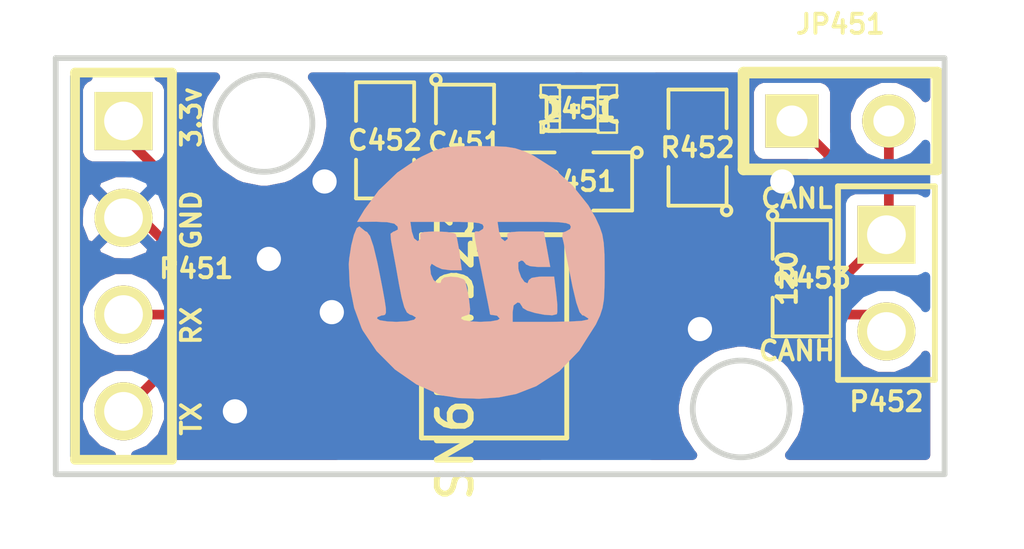
<source format=kicad_pcb>
(kicad_pcb (version 3) (host pcbnew "(2013-07-07 BZR 4022)-stable")

  (general
    (links 18)
    (no_connects 0)
    (area 176.3522 116.9289 203.327001 131.826001)
    (thickness 1.6)
    (drawings 9)
    (tracks 93)
    (zones 0)
    (modules 11)
    (nets 10)
  )

  (page A4)
  (title_block 
    (comment 2 Art_Electro)
    (comment 3 Art_Electro)
    (comment 4 Art_Electro)
  )

  (layers
    (15 F.Cu signal)
    (0 B.Cu signal)
    (16 B.Adhes user)
    (17 F.Adhes user)
    (18 B.Paste user)
    (19 F.Paste user)
    (20 B.SilkS user)
    (21 F.SilkS user)
    (22 B.Mask user)
    (23 F.Mask user)
    (24 Dwgs.User user)
    (25 Cmts.User user)
    (26 Eco1.User user)
    (27 Eco2.User user)
    (28 Edge.Cuts user)
  )

  (setup
    (last_trace_width 0.254)
    (trace_clearance 0.2032)
    (zone_clearance 0.3)
    (zone_45_only no)
    (trace_min 0.254)
    (segment_width 0.2)
    (edge_width 0.15)
    (via_size 0.889)
    (via_drill 0.635)
    (via_min_size 0.889)
    (via_min_drill 0.508)
    (uvia_size 0.508)
    (uvia_drill 0.127)
    (uvias_allowed no)
    (uvia_min_size 0.508)
    (uvia_min_drill 0.127)
    (pcb_text_width 0.3)
    (pcb_text_size 1 1)
    (mod_edge_width 0.15)
    (mod_text_size 1 1)
    (mod_text_width 0.15)
    (pad_size 1 1)
    (pad_drill 0.6)
    (pad_to_mask_clearance 0)
    (aux_axis_origin 0 0)
    (visible_elements 7FFEFB3F)
    (pcbplotparams
      (layerselection 284983297)
      (usegerberextensions true)
      (excludeedgelayer true)
      (linewidth 0.150000)
      (plotframeref false)
      (viasonmask false)
      (mode 1)
      (useauxorigin false)
      (hpglpennumber 1)
      (hpglpenspeed 20)
      (hpglpendiameter 15)
      (hpglpenoverlay 2)
      (psnegative false)
      (psa4output false)
      (plotreference true)
      (plotvalue false)
      (plotothertext true)
      (plotinvisibletext false)
      (padsonsilk false)
      (subtractmaskfromsilk false)
      (outputformat 1)
      (mirror false)
      (drillshape 0)
      (scaleselection 1)
      (outputdirectory gerber))
  )

  (net 0 "")
  (net 1 /3.3V)
  (net 2 /CANH)
  (net 3 /CANL)
  (net 4 /RX)
  (net 5 /TX)
  (net 6 GND)
  (net 7 N-0000010)
  (net 8 N-000007)
  (net 9 N-000008)

  (net_class Default "Это класс цепей по умолчанию."
    (clearance 0.2032)
    (trace_width 0.254)
    (via_dia 0.889)
    (via_drill 0.635)
    (uvia_dia 0.508)
    (uvia_drill 0.127)
    (add_net "")
    (add_net /3.3V)
    (add_net /CANH)
    (add_net /CANL)
    (add_net /RX)
    (add_net /TX)
    (add_net GND)
    (add_net N-0000010)
    (add_net N-000007)
    (add_net N-000008)
  )

  (module SM0805 (layer F.Cu) (tedit 52BF06C3) (tstamp 52A5B484)
    (at 188.6585 121.158 270)
    (path /52CAD8F7)
    (attr smd)
    (fp_text reference C451 (at 0 0 360) (layer F.SilkS)
      (effects (font (size 0.50038 0.50038) (thickness 0.1016)))
    )
    (fp_text value .1uF (at 0.127 0.889 270) (layer F.SilkS) hide
      (effects (font (size 0.50038 0.50038) (thickness 0.10922)))
    )
    (fp_circle (center -1.651 0.762) (end -1.651 0.635) (layer F.SilkS) (width 0.09906))
    (fp_line (start -0.508 0.762) (end -1.524 0.762) (layer F.SilkS) (width 0.09906))
    (fp_line (start -1.524 0.762) (end -1.524 -0.762) (layer F.SilkS) (width 0.09906))
    (fp_line (start -1.524 -0.762) (end -0.508 -0.762) (layer F.SilkS) (width 0.09906))
    (fp_line (start 0.508 -0.762) (end 1.524 -0.762) (layer F.SilkS) (width 0.09906))
    (fp_line (start 1.524 -0.762) (end 1.524 0.762) (layer F.SilkS) (width 0.09906))
    (fp_line (start 1.524 0.762) (end 0.508 0.762) (layer F.SilkS) (width 0.09906))
    (pad 1 smd rect (at -0.9525 0 270) (size 0.889 1.397)
      (layers F.Cu F.Paste F.Mask)
      (net 6 GND)
    )
    (pad 2 smd rect (at 0.9525 0 270) (size 0.889 1.397)
      (layers F.Cu F.Paste F.Mask)
      (net 1 /3.3V)
    )
    (model smd/chip_cms.wrl
      (at (xyz 0 0 0))
      (scale (xyz 0.1 0.1 0.1))
      (rotate (xyz 0 0 0))
    )
  )

  (module SM0805 (layer F.Cu) (tedit 52BF06B2) (tstamp 52A5B491)
    (at 186.563 121.0945 90)
    (path /52CAD8F6)
    (attr smd)
    (fp_text reference C452 (at 0 0 180) (layer F.SilkS)
      (effects (font (size 0.50038 0.50038) (thickness 0.1016)))
    )
    (fp_text value 4.7uF (at -0.127 1.016 90) (layer F.SilkS) hide
      (effects (font (size 0.50038 0.50038) (thickness 0.10922)))
    )
    (fp_circle (center -1.651 0.762) (end -1.651 0.635) (layer F.SilkS) (width 0.09906))
    (fp_line (start -0.508 0.762) (end -1.524 0.762) (layer F.SilkS) (width 0.09906))
    (fp_line (start -1.524 0.762) (end -1.524 -0.762) (layer F.SilkS) (width 0.09906))
    (fp_line (start -1.524 -0.762) (end -0.508 -0.762) (layer F.SilkS) (width 0.09906))
    (fp_line (start 0.508 -0.762) (end 1.524 -0.762) (layer F.SilkS) (width 0.09906))
    (fp_line (start 1.524 -0.762) (end 1.524 0.762) (layer F.SilkS) (width 0.09906))
    (fp_line (start 1.524 0.762) (end 0.508 0.762) (layer F.SilkS) (width 0.09906))
    (pad 1 smd rect (at -0.9525 0 90) (size 0.889 1.397)
      (layers F.Cu F.Paste F.Mask)
      (net 1 /3.3V)
    )
    (pad 2 smd rect (at 0.9525 0 90) (size 0.889 1.397)
      (layers F.Cu F.Paste F.Mask)
      (net 6 GND)
    )
    (model smd/chip_cms.wrl
      (at (xyz 0 0 0))
      (scale (xyz 0.1 0.1 0.1))
      (rotate (xyz 0 0 0))
    )
  )

  (module LED-0805 (layer F.Cu) (tedit 52CAE50A) (tstamp 52A5B500)
    (at 191.643 120.269 180)
    (descr "LED 0805 smd package")
    (tags "LED 0805 SMD")
    (path /52CAD8DC)
    (attr smd)
    (fp_text reference D451 (at 0 0 360) (layer F.SilkS)
      (effects (font (size 0.50038 0.50038) (thickness 0.1016)))
    )
    (fp_text value RED (at -9.144 -9.398 180) (layer F.SilkS) hide
      (effects (font (size 0.762 0.762) (thickness 0.127)))
    )
    (fp_line (start 0.49784 0.29972) (end 0.49784 0.62484) (layer F.SilkS) (width 0.06604))
    (fp_line (start 0.49784 0.62484) (end 0.99822 0.62484) (layer F.SilkS) (width 0.06604))
    (fp_line (start 0.99822 0.29972) (end 0.99822 0.62484) (layer F.SilkS) (width 0.06604))
    (fp_line (start 0.49784 0.29972) (end 0.99822 0.29972) (layer F.SilkS) (width 0.06604))
    (fp_line (start 0.49784 -0.32258) (end 0.49784 -0.17272) (layer F.SilkS) (width 0.06604))
    (fp_line (start 0.49784 -0.17272) (end 0.7493 -0.17272) (layer F.SilkS) (width 0.06604))
    (fp_line (start 0.7493 -0.32258) (end 0.7493 -0.17272) (layer F.SilkS) (width 0.06604))
    (fp_line (start 0.49784 -0.32258) (end 0.7493 -0.32258) (layer F.SilkS) (width 0.06604))
    (fp_line (start 0.49784 0.17272) (end 0.49784 0.32258) (layer F.SilkS) (width 0.06604))
    (fp_line (start 0.49784 0.32258) (end 0.7493 0.32258) (layer F.SilkS) (width 0.06604))
    (fp_line (start 0.7493 0.17272) (end 0.7493 0.32258) (layer F.SilkS) (width 0.06604))
    (fp_line (start 0.49784 0.17272) (end 0.7493 0.17272) (layer F.SilkS) (width 0.06604))
    (fp_line (start 0.49784 -0.19812) (end 0.49784 0.19812) (layer F.SilkS) (width 0.06604))
    (fp_line (start 0.49784 0.19812) (end 0.6731 0.19812) (layer F.SilkS) (width 0.06604))
    (fp_line (start 0.6731 -0.19812) (end 0.6731 0.19812) (layer F.SilkS) (width 0.06604))
    (fp_line (start 0.49784 -0.19812) (end 0.6731 -0.19812) (layer F.SilkS) (width 0.06604))
    (fp_line (start -0.99822 0.29972) (end -0.99822 0.62484) (layer F.SilkS) (width 0.06604))
    (fp_line (start -0.99822 0.62484) (end -0.49784 0.62484) (layer F.SilkS) (width 0.06604))
    (fp_line (start -0.49784 0.29972) (end -0.49784 0.62484) (layer F.SilkS) (width 0.06604))
    (fp_line (start -0.99822 0.29972) (end -0.49784 0.29972) (layer F.SilkS) (width 0.06604))
    (fp_line (start -0.99822 -0.62484) (end -0.99822 -0.29972) (layer F.SilkS) (width 0.06604))
    (fp_line (start -0.99822 -0.29972) (end -0.49784 -0.29972) (layer F.SilkS) (width 0.06604))
    (fp_line (start -0.49784 -0.62484) (end -0.49784 -0.29972) (layer F.SilkS) (width 0.06604))
    (fp_line (start -0.99822 -0.62484) (end -0.49784 -0.62484) (layer F.SilkS) (width 0.06604))
    (fp_line (start -0.7493 0.17272) (end -0.7493 0.32258) (layer F.SilkS) (width 0.06604))
    (fp_line (start -0.7493 0.32258) (end -0.49784 0.32258) (layer F.SilkS) (width 0.06604))
    (fp_line (start -0.49784 0.17272) (end -0.49784 0.32258) (layer F.SilkS) (width 0.06604))
    (fp_line (start -0.7493 0.17272) (end -0.49784 0.17272) (layer F.SilkS) (width 0.06604))
    (fp_line (start -0.7493 -0.32258) (end -0.7493 -0.17272) (layer F.SilkS) (width 0.06604))
    (fp_line (start -0.7493 -0.17272) (end -0.49784 -0.17272) (layer F.SilkS) (width 0.06604))
    (fp_line (start -0.49784 -0.32258) (end -0.49784 -0.17272) (layer F.SilkS) (width 0.06604))
    (fp_line (start -0.7493 -0.32258) (end -0.49784 -0.32258) (layer F.SilkS) (width 0.06604))
    (fp_line (start -0.6731 -0.19812) (end -0.6731 0.19812) (layer F.SilkS) (width 0.06604))
    (fp_line (start -0.6731 0.19812) (end -0.49784 0.19812) (layer F.SilkS) (width 0.06604))
    (fp_line (start -0.49784 -0.19812) (end -0.49784 0.19812) (layer F.SilkS) (width 0.06604))
    (fp_line (start -0.6731 -0.19812) (end -0.49784 -0.19812) (layer F.SilkS) (width 0.06604))
    (fp_line (start 0 -0.09906) (end 0 0.09906) (layer F.SilkS) (width 0.06604))
    (fp_line (start 0 0.09906) (end 0.19812 0.09906) (layer F.SilkS) (width 0.06604))
    (fp_line (start 0.19812 -0.09906) (end 0.19812 0.09906) (layer F.SilkS) (width 0.06604))
    (fp_line (start 0 -0.09906) (end 0.19812 -0.09906) (layer F.SilkS) (width 0.06604))
    (fp_line (start 0.49784 -0.59944) (end 0.49784 -0.29972) (layer F.SilkS) (width 0.06604))
    (fp_line (start 0.49784 -0.29972) (end 0.79756 -0.29972) (layer F.SilkS) (width 0.06604))
    (fp_line (start 0.79756 -0.59944) (end 0.79756 -0.29972) (layer F.SilkS) (width 0.06604))
    (fp_line (start 0.49784 -0.59944) (end 0.79756 -0.59944) (layer F.SilkS) (width 0.06604))
    (fp_line (start 0.92456 -0.62484) (end 0.92456 -0.39878) (layer F.SilkS) (width 0.06604))
    (fp_line (start 0.92456 -0.39878) (end 0.99822 -0.39878) (layer F.SilkS) (width 0.06604))
    (fp_line (start 0.99822 -0.62484) (end 0.99822 -0.39878) (layer F.SilkS) (width 0.06604))
    (fp_line (start 0.92456 -0.62484) (end 0.99822 -0.62484) (layer F.SilkS) (width 0.06604))
    (fp_line (start 0.52324 0.57404) (end -0.52324 0.57404) (layer F.SilkS) (width 0.1016))
    (fp_line (start -0.49784 -0.57404) (end 0.92456 -0.57404) (layer F.SilkS) (width 0.1016))
    (fp_circle (center 0.84836 -0.44958) (end 0.89916 -0.50038) (layer F.SilkS) (width 0.0508))
    (fp_arc (start 0.99822 0) (end 0.99822 0.34798) (angle 180) (layer F.SilkS) (width 0.1016))
    (fp_arc (start -0.99822 0) (end -0.99822 -0.34798) (angle 180) (layer F.SilkS) (width 0.1016))
    (pad 1 smd rect (at -1.04902 0 180) (size 1.19888 1.19888)
      (layers F.Cu F.Paste F.Mask)
      (net 7 N-0000010)
    )
    (pad 2 smd rect (at 1.04902 0 180) (size 1.19888 1.19888)
      (layers F.Cu F.Paste F.Mask)
      (net 6 GND)
    )
    (model lib/3d/LED_0805.wrl
      (at (xyz 0 0 0))
      (scale (xyz 1 1 1))
      (rotate (xyz 0 0 0))
    )
  )

  (module SM0805 (layer F.Cu) (tedit 52CAE506) (tstamp 52CAE20D)
    (at 191.516 122.174 180)
    (path /52CAD8DB)
    (attr smd)
    (fp_text reference R451 (at -0.127 0 360) (layer F.SilkS)
      (effects (font (size 0.50038 0.50038) (thickness 0.1016)))
    )
    (fp_text value 1k (at 0 -1.143 180) (layer F.SilkS) hide
      (effects (font (size 0.50038 0.50038) (thickness 0.10922)))
    )
    (fp_circle (center -1.651 0.762) (end -1.651 0.635) (layer F.SilkS) (width 0.09906))
    (fp_line (start -0.508 0.762) (end -1.524 0.762) (layer F.SilkS) (width 0.09906))
    (fp_line (start -1.524 0.762) (end -1.524 -0.762) (layer F.SilkS) (width 0.09906))
    (fp_line (start -1.524 -0.762) (end -0.508 -0.762) (layer F.SilkS) (width 0.09906))
    (fp_line (start 0.508 -0.762) (end 1.524 -0.762) (layer F.SilkS) (width 0.09906))
    (fp_line (start 1.524 -0.762) (end 1.524 0.762) (layer F.SilkS) (width 0.09906))
    (fp_line (start 1.524 0.762) (end 0.508 0.762) (layer F.SilkS) (width 0.09906))
    (pad 1 smd rect (at -0.9525 0 180) (size 0.889 1.397)
      (layers F.Cu F.Paste F.Mask)
      (net 7 N-0000010)
    )
    (pad 2 smd rect (at 0.9525 0 180) (size 0.889 1.397)
      (layers F.Cu F.Paste F.Mask)
      (net 1 /3.3V)
    )
    (model smd/chip_cms.wrl
      (at (xyz 0 0 0))
      (scale (xyz 0.1 0.1 0.1))
      (rotate (xyz 0 0 0))
    )
  )

  (module SM0805 (layer F.Cu) (tedit 52BF0690) (tstamp 52A5B5C2)
    (at 194.7545 121.285 90)
    (path /52CADB46)
    (attr smd)
    (fp_text reference R452 (at 0 0 180) (layer F.SilkS)
      (effects (font (size 0.50038 0.50038) (thickness 0.1016)))
    )
    (fp_text value 10k (at 0 0.889 90) (layer F.SilkS) hide
      (effects (font (size 0.50038 0.50038) (thickness 0.10922)))
    )
    (fp_circle (center -1.651 0.762) (end -1.651 0.635) (layer F.SilkS) (width 0.09906))
    (fp_line (start -0.508 0.762) (end -1.524 0.762) (layer F.SilkS) (width 0.09906))
    (fp_line (start -1.524 0.762) (end -1.524 -0.762) (layer F.SilkS) (width 0.09906))
    (fp_line (start -1.524 -0.762) (end -0.508 -0.762) (layer F.SilkS) (width 0.09906))
    (fp_line (start 0.508 -0.762) (end 1.524 -0.762) (layer F.SilkS) (width 0.09906))
    (fp_line (start 1.524 -0.762) (end 1.524 0.762) (layer F.SilkS) (width 0.09906))
    (fp_line (start 1.524 0.762) (end 0.508 0.762) (layer F.SilkS) (width 0.09906))
    (pad 1 smd rect (at -0.9525 0 90) (size 0.889 1.397)
      (layers F.Cu F.Paste F.Mask)
      (net 8 N-000007)
    )
    (pad 2 smd rect (at 0.9525 0 90) (size 0.889 1.397)
      (layers F.Cu F.Paste F.Mask)
      (net 6 GND)
    )
    (model smd/chip_cms.wrl
      (at (xyz 0 0 0))
      (scale (xyz 0.1 0.1 0.1))
      (rotate (xyz 0 0 0))
    )
  )

  (module LOGO_F (layer B.Cu) (tedit 0) (tstamp 52BD6D4F)
    (at 188.976 124.587)
    (path /52CADA22)
    (fp_text reference G451 (at 0 -4.14782) (layer B.SilkS) hide
      (effects (font (size 1.524 1.524) (thickness 0.3048)) (justify mirror))
    )
    (fp_text value LOGO (at 0 4.14782) (layer B.SilkS) hide
      (effects (font (size 1.524 1.524) (thickness 0.3048)) (justify mirror))
    )
    (fp_poly (pts (xy 3.34518 -0.04318) (xy 3.3401 0.381) (xy 3.32486 0.68326) (xy 3.28676 0.90932)
      (xy 3.22326 1.1049) (xy 3.12166 1.3208) (xy 3.10896 1.3462) (xy 2.921 1.64084)
      (xy 2.921 1.18618) (xy 2.79654 1.1049) (xy 2.75844 1.09982) (xy 2.68732 1.016)
      (xy 2.60096 0.76708) (xy 2.5019 0.35052) (xy 2.46126 0.14732) (xy 2.38252 -0.24638)
      (xy 2.31394 -0.58928) (xy 2.2606 -0.84074) (xy 2.23266 -0.9525) (xy 2.2479 -1.07696)
      (xy 2.32156 -1.09982) (xy 2.4384 -1.16586) (xy 2.45618 -1.22682) (xy 2.42824 -1.28524)
      (xy 2.33172 -1.3208) (xy 2.13868 -1.34366) (xy 1.82372 -1.35382) (xy 1.49606 -1.35382)
      (xy 0.53594 -1.35382) (xy 0.57404 -1.09982) (xy 0.63246 -0.92202) (xy 0.7239 -0.84836)
      (xy 0.72644 -0.84582) (xy 0.80264 -0.90678) (xy 0.79248 -0.97536) (xy 0.79248 -1.04648)
      (xy 0.889 -1.08458) (xy 1.10744 -1.09982) (xy 1.24714 -1.09982) (xy 1.75006 -1.09982)
      (xy 1.83388 -0.635) (xy 1.9177 -0.17018) (xy 1.59258 -0.17018) (xy 1.38684 -0.1905)
      (xy 1.27508 -0.23876) (xy 1.27 -0.254) (xy 1.20142 -0.3302) (xy 1.15316 -0.33782)
      (xy 1.0795 -0.2921) (xy 1.08204 -0.127) (xy 1.0922 -0.07112) (xy 1.1557 0.1016)
      (xy 1.24206 0.22352) (xy 1.3208 0.25908) (xy 1.35382 0.1778) (xy 1.35382 0.17526)
      (xy 1.43002 0.11684) (xy 1.61544 0.08636) (xy 1.68656 0.08382) (xy 2.0193 0.08382)
      (xy 2.07772 0.55372) (xy 2.10312 0.81788) (xy 2.10312 1.01092) (xy 2.09042 1.06934)
      (xy 1.9685 1.09982) (xy 1.76022 1.08458) (xy 1.52146 1.03886) (xy 1.31318 0.97536)
      (xy 1.1938 0.90424) (xy 1.18618 0.88138) (xy 1.1176 0.7747) (xy 1.05918 0.762)
      (xy 0.95758 0.8382) (xy 0.93218 1.016) (xy 0.93218 1.27) (xy 1.95072 1.27)
      (xy 2.42062 1.26238) (xy 2.74066 1.2446) (xy 2.90322 1.21158) (xy 2.921 1.18618)
      (xy 2.921 1.64084) (xy 2.67716 2.02692) (xy 2.15646 2.5654) (xy 1.5494 2.9591)
      (xy 1.02108 3.16484) (xy 0.59182 3.24866) (xy 0.59182 1.18618) (xy 0.52324 1.10998)
      (xy 0.46482 1.09982) (xy 0.35306 1.08458) (xy 0.33782 1.06934) (xy 0.32258 0.98044)
      (xy 0.2794 0.75692) (xy 0.21336 0.4318) (xy 0.13462 0.04064) (xy 0.127 0)
      (xy 0.03556 -0.44958) (xy -0.02794 -0.75692) (xy -0.06096 -0.94996) (xy -0.06858 -1.0541)
      (xy -0.05334 -1.09728) (xy -0.01524 -1.1049) (xy 0.04318 -1.09982) (xy 0.15494 -1.1684)
      (xy 0.17018 -1.22682) (xy 0.14224 -1.28524) (xy 0.04572 -1.3208) (xy -0.14732 -1.34366)
      (xy -0.46228 -1.35382) (xy -0.78994 -1.35382) (xy -1.75006 -1.35382) (xy -1.71196 -1.09982)
      (xy -1.65354 -0.92202) (xy -1.5621 -0.84836) (xy -1.55956 -0.84582) (xy -1.48336 -0.90678)
      (xy -1.49352 -0.97282) (xy -1.49098 -1.04902) (xy -1.39446 -1.08712) (xy -1.1684 -1.09982)
      (xy -1.07188 -1.09982) (xy -0.80772 -1.08966) (xy -0.61976 -1.05918) (xy -0.56134 -1.03378)
      (xy -0.52578 -0.9144) (xy -0.48514 -0.69088) (xy -0.45974 -0.52578) (xy -0.40132 -0.08382)
      (xy -0.69342 -0.08382) (xy -0.91948 -0.11176) (xy -1.07696 -0.18034) (xy -1.08204 -0.18542)
      (xy -1.1938 -0.254) (xy -1.2319 -0.17018) (xy -1.21158 0.02032) (xy -1.143 0.17018)
      (xy -1.04394 0.254) (xy -0.95758 0.24892) (xy -0.93218 0.17018) (xy -0.86106 0.10668)
      (xy -0.69596 0.08382) (xy -0.50546 0.1016) (xy -0.35306 0.15494) (xy -0.31242 0.20066)
      (xy -0.27432 0.35052) (xy -0.2286 0.59436) (xy -0.20828 0.70866) (xy -0.18288 0.94996)
      (xy -0.20066 1.0668) (xy -0.27686 1.09982) (xy -0.28702 1.09982) (xy -0.4064 1.143)
      (xy -0.42418 1.18618) (xy -0.34544 1.22936) (xy -0.14478 1.25984) (xy 0.08382 1.27)
      (xy 0.3556 1.2573) (xy 0.53848 1.22428) (xy 0.59182 1.18618) (xy 0.59182 3.24866)
      (xy 0.5715 3.25374) (xy 0.0508 3.2893) (xy -0.4699 3.27152) (xy -0.91694 3.2004)
      (xy -0.99314 3.17754) (xy -1.59004 2.91338) (xy -2.15392 2.52222) (xy -2.63652 2.03708)
      (xy -2.99974 1.49606) (xy -3.03022 1.43256) (xy -3.22326 0.90932) (xy -3.3401 0.32258)
      (xy -3.3655 -0.2413) (xy -3.3528 -0.39624) (xy -3.29946 -0.7366) (xy -3.23088 -1.01092)
      (xy -3.15722 -1.18872) (xy -3.0861 -1.23698) (xy -3.06578 -1.21666) (xy -2.93624 -1.10998)
      (xy -2.88544 -1.08712) (xy -2.80924 -0.98298) (xy -2.7178 -0.71374) (xy -2.6162 -0.2921)
      (xy -2.57302 -0.08128) (xy -2.48158 0.38354) (xy -2.42316 0.70612) (xy -2.39268 0.9144)
      (xy -2.39014 1.03124) (xy -2.41554 1.08458) (xy -2.4638 1.09982) (xy -2.49682 1.09982)
      (xy -2.61112 1.14554) (xy -2.62382 1.18618) (xy -2.54762 1.22936) (xy -2.34696 1.25984)
      (xy -2.11582 1.27) (xy -1.8288 1.25476) (xy -1.651 1.21412) (xy -1.60274 1.15824)
      (xy -1.7018 1.09728) (xy -1.76276 1.0795) (xy -1.8415 1.02362) (xy -1.91008 0.88646)
      (xy -1.97866 0.63754) (xy -2.05486 0.25146) (xy -2.06248 0.2032) (xy -2.13106 -0.18288)
      (xy -2.19456 -0.52578) (xy -2.24282 -0.78232) (xy -2.25806 -0.86868) (xy -2.27076 -1.0414)
      (xy -2.19202 -1.09982) (xy -2.1717 -1.10236) (xy -2.07772 -1.15316) (xy -2.08534 -1.22936)
      (xy -2.1717 -1.30556) (xy -2.36728 -1.3462) (xy -2.6416 -1.35636) (xy -3.14706 -1.35382)
      (xy -2.95656 -1.67132) (xy -2.5781 -2.18186) (xy -2.09296 -2.64668) (xy -1.55702 -3.01244)
      (xy -1.44018 -3.0734) (xy -1.18618 -3.19532) (xy -0.97536 -3.27152) (xy -0.75692 -3.31724)
      (xy -0.48514 -3.33756) (xy -0.10668 -3.34264) (xy 0.04064 -3.34264) (xy 0.46482 -3.33756)
      (xy 0.76962 -3.32232) (xy 1.00076 -3.28422) (xy 1.2065 -3.21564) (xy 1.43764 -3.1115)
      (xy 1.47574 -3.09372) (xy 2.00914 -2.7559) (xy 2.50444 -2.30378) (xy 2.91592 -1.78816)
      (xy 3.10134 -1.46812) (xy 3.21056 -1.2319) (xy 3.28168 -1.02616) (xy 3.31978 -0.8001)
      (xy 3.3401 -0.50546) (xy 3.34264 -0.09398) (xy 3.34518 -0.04318) (xy 3.34518 -0.04318)) (layer B.SilkS) (width 0.00254))
  )

  (module PIN_ARRAY_4x1 (layer F.Cu) (tedit 52CAE529) (tstamp 52CAE5B8)
    (at 179.705 124.3965 270)
    (descr "Double rangee de contacts 2 x 5 pins")
    (tags CONN)
    (path /52CADBD0)
    (fp_text reference P451 (at 0.0635 -1.905 360) (layer F.SilkS)
      (effects (font (size 0.50038 0.50038) (thickness 0.1016)))
    )
    (fp_text value CONN_4 (at 0 2.54 270) (layer F.SilkS) hide
      (effects (font (size 1.016 1.016) (thickness 0.2032)))
    )
    (fp_line (start 5.08 1.27) (end -5.08 1.27) (layer F.SilkS) (width 0.254))
    (fp_line (start 5.08 -1.27) (end -5.08 -1.27) (layer F.SilkS) (width 0.254))
    (fp_line (start -5.08 -1.27) (end -5.08 1.27) (layer F.SilkS) (width 0.254))
    (fp_line (start 5.08 1.27) (end 5.08 -1.27) (layer F.SilkS) (width 0.254))
    (pad 1 thru_hole rect (at -3.81 0 270) (size 1.524 1.524) (drill 1.016)
      (layers *.Cu *.Mask F.SilkS)
      (net 1 /3.3V)
    )
    (pad 2 thru_hole circle (at -1.27 0 270) (size 1.524 1.524) (drill 1.016)
      (layers *.Cu *.Mask F.SilkS)
      (net 6 GND)
    )
    (pad 3 thru_hole circle (at 1.27 0 270) (size 1.524 1.524) (drill 1.016)
      (layers *.Cu *.Mask F.SilkS)
      (net 4 /RX)
    )
    (pad 4 thru_hole circle (at 3.81 0 270) (size 1.524 1.524) (drill 1.016)
      (layers *.Cu *.Mask F.SilkS)
      (net 5 /TX)
    )
    (model pin_array\pins_array_4x1.wrl
      (at (xyz 0 0 0))
      (scale (xyz 1 1 1))
      (rotate (xyz 0 0 0))
    )
  )

  (module PIN_ARRAY_2_A (layer F.Cu) (tedit 52CD31BA) (tstamp 52CAE14B)
    (at 199.7075 124.841 270)
    (descr "Connecter 2 pins")
    (tags "PIN 2")
    (path /52CADBC1)
    (fp_text reference P452 (at 3.1115 0 360) (layer F.SilkS)
      (effects (font (size 0.50038 0.50038) (thickness 0.1016)))
    )
    (fp_text value CONN_2 (at 0 1.905 270) (layer F.SilkS) hide
      (effects (font (size 0.762 0.762) (thickness 0.1524)))
    )
    (fp_line (start -2.54 1.27) (end -2.54 -1.27) (layer F.SilkS) (width 0.1524))
    (fp_line (start -2.54 -1.27) (end 2.54 -1.27) (layer F.SilkS) (width 0.1524))
    (fp_line (start 2.54 -1.27) (end 2.54 1.27) (layer F.SilkS) (width 0.1524))
    (fp_line (start 2.54 1.27) (end -2.54 1.27) (layer F.SilkS) (width 0.1524))
    (pad 1 thru_hole rect (at -1.27 0 270) (size 1.524 1.524) (drill 1.016)
      (layers *.Cu *.Mask F.SilkS)
      (net 3 /CANL)
    )
    (pad 2 thru_hole circle (at 1.27 0 270) (size 1.524 1.524) (drill 1.016)
      (layers *.Cu *.Mask F.SilkS)
      (net 2 /CANH)
    )
    (model pin_array/pins_array_2x1.wrl
      (at (xyz 0 0 0))
      (scale (xyz 1 1 1))
      (rotate (xyz 0 0 0))
    )
  )

  (module SO8E (layer F.Cu) (tedit 52CAE53E) (tstamp 52CAE154)
    (at 189.4205 126.238 270)
    (descr "module CMS SOJ 8 pins etroit")
    (tags "CMS SOJ")
    (path /52CD2CA4)
    (attr smd)
    (fp_text reference U451 (at 0 -0.889 360) (layer F.SilkS)
      (effects (font (size 0.50038 0.50038) (thickness 0.1016)))
    )
    (fp_text value SN65HVD230 (at 0 1.016 270) (layer F.SilkS)
      (effects (font (size 0.889 0.889) (thickness 0.1524)))
    )
    (fp_line (start -2.667 1.778) (end -2.667 1.905) (layer F.SilkS) (width 0.127))
    (fp_line (start -2.667 1.905) (end 2.667 1.905) (layer F.SilkS) (width 0.127))
    (fp_line (start 2.667 -1.905) (end -2.667 -1.905) (layer F.SilkS) (width 0.127))
    (fp_line (start -2.667 -1.905) (end -2.667 1.778) (layer F.SilkS) (width 0.127))
    (fp_line (start -2.667 -0.508) (end -2.159 -0.508) (layer F.SilkS) (width 0.127))
    (fp_line (start -2.159 -0.508) (end -2.159 0.508) (layer F.SilkS) (width 0.127))
    (fp_line (start -2.159 0.508) (end -2.667 0.508) (layer F.SilkS) (width 0.127))
    (fp_line (start 2.667 -1.905) (end 2.667 1.905) (layer F.SilkS) (width 0.127))
    (pad 8 smd rect (at -1.905 -2.667 270) (size 0.59944 1.39954)
      (layers F.Cu F.Paste F.Mask)
      (net 8 N-000007)
    )
    (pad 1 smd rect (at -1.905 2.667 270) (size 0.59944 1.39954)
      (layers F.Cu F.Paste F.Mask)
      (net 5 /TX)
    )
    (pad 7 smd rect (at -0.635 -2.667 270) (size 0.59944 1.39954)
      (layers F.Cu F.Paste F.Mask)
      (net 2 /CANH)
    )
    (pad 6 smd rect (at 0.635 -2.667 270) (size 0.59944 1.39954)
      (layers F.Cu F.Paste F.Mask)
      (net 3 /CANL)
    )
    (pad 5 smd rect (at 1.905 -2.667 270) (size 0.59944 1.39954)
      (layers F.Cu F.Paste F.Mask)
    )
    (pad 2 smd rect (at -0.635 2.667 270) (size 0.59944 1.39954)
      (layers F.Cu F.Paste F.Mask)
      (net 6 GND)
    )
    (pad 3 smd rect (at 0.635 2.667 270) (size 0.59944 1.39954)
      (layers F.Cu F.Paste F.Mask)
      (net 1 /3.3V)
    )
    (pad 4 smd rect (at 1.905 2.667 270) (size 0.59944 1.39954)
      (layers F.Cu F.Paste F.Mask)
      (net 4 /RX)
    )
    (model smd/cms_so8.wrl
      (at (xyz 0 0 0))
      (scale (xyz 0.5 0.32 0.5))
      (rotate (xyz 0 0 0))
    )
  )

  (module SIL-2 (layer F.Cu) (tedit 52CD2E18) (tstamp 52CD2E9F)
    (at 198.501 120.5865)
    (descr "Connecteurs 2 pins")
    (tags "CONN DEV")
    (path /52CD2DEF)
    (fp_text reference JP451 (at 0 -2.54) (layer F.SilkS)
      (effects (font (size 0.50038 0.50038) (thickness 0.1016)))
    )
    (fp_text value JUMPER (at 0 -2.54) (layer F.SilkS) hide
      (effects (font (size 1.524 1.016) (thickness 0.3048)))
    )
    (fp_line (start -2.54 1.27) (end -2.54 -1.27) (layer F.SilkS) (width 0.3048))
    (fp_line (start -2.54 -1.27) (end 2.54 -1.27) (layer F.SilkS) (width 0.3048))
    (fp_line (start 2.54 -1.27) (end 2.54 1.27) (layer F.SilkS) (width 0.3048))
    (fp_line (start 2.54 1.27) (end -2.54 1.27) (layer F.SilkS) (width 0.3048))
    (pad 1 thru_hole rect (at -1.27 0) (size 1.397 1.397) (drill 0.8128)
      (layers *.Cu *.Mask F.SilkS)
      (net 9 N-000008)
    )
    (pad 2 thru_hole circle (at 1.27 0) (size 1.397 1.397) (drill 0.8128)
      (layers *.Cu *.Mask F.SilkS)
      (net 3 /CANL)
    )
    (model lib/3d/jumper-2.wrl
      (at (xyz 0 0 0))
      (scale (xyz 1 1 1))
      (rotate (xyz 0 0 0))
    )
  )

  (module SM0805 (layer F.Cu) (tedit 52CD3183) (tstamp 52CD2EAC)
    (at 197.485 124.714 270)
    (path /52CD2DE2)
    (attr smd)
    (fp_text reference R453 (at 0 -0.3175 360) (layer F.SilkS)
      (effects (font (size 0.50038 0.50038) (thickness 0.10922)))
    )
    (fp_text value 120 (at 0 0.381 270) (layer F.SilkS)
      (effects (font (size 0.50038 0.50038) (thickness 0.10922)))
    )
    (fp_circle (center -1.651 0.762) (end -1.651 0.635) (layer F.SilkS) (width 0.09906))
    (fp_line (start -0.508 0.762) (end -1.524 0.762) (layer F.SilkS) (width 0.09906))
    (fp_line (start -1.524 0.762) (end -1.524 -0.762) (layer F.SilkS) (width 0.09906))
    (fp_line (start -1.524 -0.762) (end -0.508 -0.762) (layer F.SilkS) (width 0.09906))
    (fp_line (start 0.508 -0.762) (end 1.524 -0.762) (layer F.SilkS) (width 0.09906))
    (fp_line (start 1.524 -0.762) (end 1.524 0.762) (layer F.SilkS) (width 0.09906))
    (fp_line (start 1.524 0.762) (end 0.508 0.762) (layer F.SilkS) (width 0.09906))
    (pad 1 smd rect (at -0.9525 0 270) (size 0.889 1.397)
      (layers F.Cu F.Paste F.Mask)
      (net 9 N-000008)
    )
    (pad 2 smd rect (at 0.9525 0 270) (size 0.889 1.397)
      (layers F.Cu F.Paste F.Mask)
      (net 2 /CANH)
    )
    (model smd/chip_cms.wrl
      (at (xyz 0 0 0))
      (scale (xyz 0.1 0.1 0.1))
      (rotate (xyz 0 0 0))
    )
  )

  (gr_text CANL (at 197.358 122.6185) (layer F.SilkS)
    (effects (font (size 0.50038 0.50038) (thickness 0.1016)))
  )
  (gr_text CANH (at 197.358 126.619) (layer F.SilkS)
    (effects (font (size 0.50038 0.50038) (thickness 0.1016)))
  )
  (gr_text "TX    RX    GND   3.3v" (at 181.483 124.2695 90) (layer F.SilkS)
    (effects (font (size 0.50038 0.50038) (thickness 0.1016)))
  )
  (gr_line (start 201.2315 129.8575) (end 201.2315 118.999) (angle 90) (layer Edge.Cuts) (width 0.15))
  (gr_line (start 177.927 129.8575) (end 201.2315 129.8575) (angle 90) (layer Edge.Cuts) (width 0.15))
  (gr_circle (center 183.388 120.65) (end 184.658 120.65) (layer Edge.Cuts) (width 0.15))
  (gr_line (start 201.2315 118.9355) (end 177.927 118.9355) (angle 90) (layer Edge.Cuts) (width 0.15))
  (gr_line (start 177.927 118.9355) (end 177.927 129.8575) (angle 90) (layer Edge.Cuts) (width 0.15))
  (gr_circle (center 195.8975 128.143) (end 197.1675 128.143) (layer Edge.Cuts) (width 0.15))

  (segment (start 186.7535 126.873) (end 185.166 126.873) (width 0.254) (layer F.Cu) (net 1))
  (segment (start 184.8485 124.587) (end 184.8485 123.19) (width 0.254) (layer F.Cu) (net 1) (tstamp 52CAEBE8))
  (segment (start 184.3405 125.095) (end 184.8485 124.587) (width 0.254) (layer F.Cu) (net 1) (tstamp 52CAEBE2))
  (segment (start 184.3405 126.0475) (end 184.3405 125.095) (width 0.254) (layer F.Cu) (net 1) (tstamp 52CAEBDC))
  (segment (start 185.166 126.873) (end 184.3405 126.0475) (width 0.254) (layer F.Cu) (net 1) (tstamp 52CAEBD8))
  (segment (start 179.705 120.5865) (end 179.705 120.9675) (width 0.254) (layer F.Cu) (net 1))
  (segment (start 185.42 123.19) (end 186.563 122.047) (width 0.254) (layer F.Cu) (net 1) (tstamp 52CAE72A))
  (segment (start 181.9275 123.19) (end 184.8485 123.19) (width 0.254) (layer F.Cu) (net 1) (tstamp 52CAE728))
  (segment (start 184.8485 123.19) (end 185.42 123.19) (width 0.254) (layer F.Cu) (net 1) (tstamp 52CAEBEC))
  (segment (start 179.705 120.9675) (end 181.9275 123.19) (width 0.254) (layer F.Cu) (net 1) (tstamp 52CAE727))
  (segment (start 188.6585 122.1105) (end 186.6265 122.1105) (width 0.254) (layer F.Cu) (net 1))
  (segment (start 186.6265 122.1105) (end 186.563 122.047) (width 0.254) (layer F.Cu) (net 1) (tstamp 52CAE5D4))
  (segment (start 190.5635 122.174) (end 188.722 122.174) (width 0.254) (layer F.Cu) (net 1))
  (segment (start 188.722 122.174) (end 188.6585 122.1105) (width 0.254) (layer F.Cu) (net 1) (tstamp 52CAE5D1))
  (segment (start 193.8655 125.476) (end 193.878202 125.476) (width 0.254) (layer F.Cu) (net 2))
  (segment (start 190.754 126.111) (end 190.754 128.7145) (width 0.254) (layer F.Cu) (net 2) (tstamp 52CAEE2D))
  (segment (start 190.754 128.7145) (end 191.0715 129.032) (width 0.254) (layer F.Cu) (net 2) (tstamp 52CAEE2F))
  (segment (start 191.0715 129.032) (end 193.1035 129.032) (width 0.254) (layer F.Cu) (net 2) (tstamp 52CAEE31))
  (segment (start 193.1035 129.032) (end 193.421 128.7145) (width 0.254) (layer F.Cu) (net 2) (tstamp 52CAEE34))
  (segment (start 193.421 128.7145) (end 193.421 127) (width 0.254) (layer F.Cu) (net 2) (tstamp 52CAEE37))
  (segment (start 193.421 127) (end 193.8655 126.5555) (width 0.254) (layer F.Cu) (net 2) (tstamp 52CAEE3C))
  (segment (start 193.8655 126.5555) (end 193.8655 125.476) (width 0.254) (layer F.Cu) (net 2) (tstamp 52CAEE3F))
  (segment (start 191.262 125.603) (end 190.754 126.111) (width 0.254) (layer F.Cu) (net 2) (tstamp 52CAEE29))
  (segment (start 192.0875 125.603) (end 191.262 125.603) (width 0.254) (layer F.Cu) (net 2))
  (segment (start 196.926202 125.107702) (end 197.485 125.6665) (width 0.254) (layer F.Cu) (net 2) (tstamp 52CD3153))
  (segment (start 194.2465 125.107702) (end 196.926202 125.107702) (width 0.254) (layer F.Cu) (net 2) (tstamp 52CD314F))
  (segment (start 193.878202 125.476) (end 194.2465 125.107702) (width 0.254) (layer F.Cu) (net 2) (tstamp 52CD314C))
  (segment (start 197.485 125.6665) (end 199.263 125.6665) (width 0.254) (layer F.Cu) (net 2))
  (segment (start 199.263 125.6665) (end 199.7075 126.111) (width 0.254) (layer F.Cu) (net 2) (tstamp 52CD30A6))
  (segment (start 199.7075 123.571) (end 198.628 124.6505) (width 0.254) (layer F.Cu) (net 3))
  (segment (start 192.8495 126.873) (end 193.3575 126.365) (width 0.254) (layer F.Cu) (net 3) (tstamp 52CAEDDE))
  (segment (start 193.3575 126.365) (end 193.3575 125.170082) (width 0.254) (layer F.Cu) (net 3) (tstamp 52CAEDE2))
  (segment (start 192.8495 126.873) (end 192.0875 126.873) (width 0.254) (layer F.Cu) (net 3))
  (segment (start 193.877082 124.6505) (end 193.3575 125.170082) (width 0.254) (layer F.Cu) (net 3) (tstamp 52CD3110))
  (segment (start 198.628 124.6505) (end 193.877082 124.6505) (width 0.254) (layer F.Cu) (net 3) (tstamp 52CD310B))
  (segment (start 199.771 120.5865) (end 199.771 123.5075) (width 0.254) (layer F.Cu) (net 3))
  (segment (start 199.771 123.5075) (end 199.7075 123.571) (width 0.254) (layer F.Cu) (net 3) (tstamp 52CD309A))
  (segment (start 179.705 125.6665) (end 183.1975 125.6665) (width 0.254) (layer F.Cu) (net 4))
  (segment (start 185.674 128.143) (end 186.7535 128.143) (width 0.254) (layer F.Cu) (net 4) (tstamp 52CAEC02))
  (segment (start 183.1975 125.6665) (end 185.674 128.143) (width 0.254) (layer F.Cu) (net 4) (tstamp 52CAEBF7))
  (segment (start 186.7535 124.333) (end 187.706 124.333) (width 0.254) (layer F.Cu) (net 5))
  (segment (start 181.6735 126.238) (end 179.705 128.2065) (width 0.254) (layer F.Cu) (net 5) (tstamp 52CAECAD))
  (segment (start 182.9435 126.238) (end 181.6735 126.238) (width 0.254) (layer F.Cu) (net 5) (tstamp 52CAECAB))
  (segment (start 185.7375 129.032) (end 182.9435 126.238) (width 0.254) (layer F.Cu) (net 5) (tstamp 52CAEC9F))
  (segment (start 187.8965 129.032) (end 185.7375 129.032) (width 0.254) (layer F.Cu) (net 5) (tstamp 52CAEC99))
  (segment (start 188.2775 128.651) (end 187.8965 129.032) (width 0.254) (layer F.Cu) (net 5) (tstamp 52CAEC94))
  (segment (start 188.2775 124.9045) (end 188.2775 128.651) (width 0.254) (layer F.Cu) (net 5) (tstamp 52CAEC8B))
  (segment (start 187.706 124.333) (end 188.2775 124.9045) (width 0.254) (layer F.Cu) (net 5) (tstamp 52CAEC89))
  (segment (start 194.7545 120.3325) (end 195.707 120.3325) (width 0.254) (layer F.Cu) (net 6))
  (via (at 194.818 126.0475) (size 0.889) (layers F.Cu B.Cu) (net 6))
  (segment (start 194.818 124.333) (end 194.818 126.0475) (width 0.254) (layer B.Cu) (net 6) (tstamp 52CD3230))
  (segment (start 196.977 122.174) (end 194.818 124.333) (width 0.254) (layer B.Cu) (net 6) (tstamp 52CD322F))
  (via (at 196.977 122.174) (size 0.889) (layers F.Cu B.Cu) (net 6))
  (segment (start 196.469 122.174) (end 196.977 122.174) (width 0.254) (layer F.Cu) (net 6) (tstamp 52CD322B))
  (segment (start 196.0245 121.7295) (end 196.469 122.174) (width 0.254) (layer F.Cu) (net 6) (tstamp 52CD3228))
  (segment (start 196.0245 120.65) (end 196.0245 121.7295) (width 0.254) (layer F.Cu) (net 6) (tstamp 52CD3226))
  (segment (start 195.707 120.3325) (end 196.0245 120.65) (width 0.254) (layer F.Cu) (net 6) (tstamp 52CD3221))
  (segment (start 183.515 124.206) (end 183.515 127.3175) (width 0.254) (layer B.Cu) (net 6))
  (via (at 182.626 128.2065) (size 0.889) (layers F.Cu B.Cu) (net 6))
  (segment (start 183.515 127.3175) (end 182.626 128.2065) (width 0.254) (layer B.Cu) (net 6) (tstamp 52CAECE8))
  (segment (start 186.7535 125.603) (end 185.166 125.603) (width 0.254) (layer F.Cu) (net 6))
  (segment (start 183.769 124.206) (end 183.515 124.206) (width 0.254) (layer B.Cu) (net 6) (tstamp 52CAEBC0))
  (segment (start 185.166 125.603) (end 183.769 124.206) (width 0.254) (layer B.Cu) (net 6) (tstamp 52CAEBBF))
  (via (at 185.166 125.603) (size 0.889) (layers F.Cu B.Cu) (net 6))
  (segment (start 179.705 123.1265) (end 180.1495 123.1265) (width 0.254) (layer F.Cu) (net 6))
  (segment (start 180.1495 123.1265) (end 181.229 124.206) (width 0.254) (layer F.Cu) (net 6) (tstamp 52CAE738))
  (segment (start 181.229 124.206) (end 183.515 124.206) (width 0.254) (layer F.Cu) (net 6) (tstamp 52CAE739))
  (segment (start 186.7535 125.603) (end 186.2455 125.603) (width 0.254) (layer F.Cu) (net 6) (status 80000))
  (segment (start 183.515 124.587) (end 183.515 124.206) (width 0.254) (layer F.Cu) (net 6) (status 80000))
  (via (at 183.515 124.206) (size 0.889) (layers F.Cu B.Cu) (net 6) (status 80000))
  (segment (start 183.515 124.206) (end 185.2295 122.428) (width 0.254) (layer B.Cu) (net 6) (status 80000))
  (segment (start 186.6265 120.142) (end 186.563 120.142) (width 0.254) (layer F.Cu) (net 6) (tstamp 52CAE730) (status 80000))
  (segment (start 185.6105 121.158) (end 186.6265 120.142) (width 0.254) (layer F.Cu) (net 6) (status 80000))
  (segment (start 185.4835 121.158) (end 185.6105 121.158) (width 0.254) (layer F.Cu) (net 6) (status 80000))
  (segment (start 185.4835 121.666) (end 185.4835 121.158) (width 0.254) (layer F.Cu) (net 6) (status 80000))
  (segment (start 184.9755 122.174) (end 185.4835 121.666) (width 0.254) (layer F.Cu) (net 6) (status 80000))
  (via (at 184.9755 122.174) (size 0.889) (layers F.Cu B.Cu) (net 6) (status 80000))
  (segment (start 185.2295 122.428) (end 184.9755 122.174) (width 0.254) (layer B.Cu) (net 6) (status 80000))
  (segment (start 186.563 120.142) (end 188.5315 120.142) (width 0.254) (layer F.Cu) (net 6) (status 80000))
  (segment (start 188.5315 120.142) (end 188.6585 120.269) (width 0.254) (layer F.Cu) (net 6) (status 80000))
  (segment (start 188.6585 120.269) (end 188.6585 120.2055) (width 0.254) (layer F.Cu) (net 6) (tstamp 52CAE72F) (status 80000))
  (segment (start 188.6585 120.2055) (end 188.6585 120.269) (width 0.254) (layer F.Cu) (net 6) (status 80000))
  (segment (start 188.6585 120.269) (end 190.59398 120.269) (width 0.254) (layer F.Cu) (net 6) (status 80000))
  (segment (start 192.4685 122.174) (end 192.4685 120.49252) (width 0.254) (layer F.Cu) (net 7))
  (segment (start 192.4685 120.49252) (end 192.69202 120.269) (width 0.254) (layer F.Cu) (net 7) (tstamp 52CAE5D7))
  (segment (start 192.0875 124.333) (end 193.548 124.333) (width 0.254) (layer F.Cu) (net 8))
  (segment (start 195.2625 122.6185) (end 195.2625 122.2375) (width 0.254) (layer F.Cu) (net 8) (tstamp 52CAED7E))
  (segment (start 193.548 124.333) (end 195.2625 122.6185) (width 0.254) (layer F.Cu) (net 8) (tstamp 52CAED7A))
  (segment (start 194.7545 122.301) (end 194.691 122.301) (width 0.254) (layer F.Cu) (net 8) (tstamp 52CAE731) (status 80000))
  (segment (start 197.231 120.5865) (end 197.2945 120.5865) (width 0.254) (layer F.Cu) (net 9))
  (segment (start 198.1835 123.063) (end 197.485 123.7615) (width 0.254) (layer F.Cu) (net 9) (tstamp 52CD312F))
  (segment (start 198.1835 121.4755) (end 198.1835 123.063) (width 0.254) (layer F.Cu) (net 9) (tstamp 52CD312D))
  (segment (start 197.2945 120.5865) (end 198.1835 121.4755) (width 0.254) (layer F.Cu) (net 9) (tstamp 52CD3125))

  (zone (net 6) (net_name GND) (layer F.Cu) (tstamp 52CAE7CC) (hatch edge 0.508)
    (connect_pads (clearance 0.3))
    (min_thickness 0.25)
    (fill (arc_segments 16) (thermal_gap 0.3) (thermal_bridge_width 0.3))
    (polygon
      (pts
        (xy 177.3555 118.237) (xy 177.3555 130.6195) (xy 202.3745 130.556) (xy 202.438 118.237)
      )
    )
    (filled_polygon
      (pts
        (xy 184.2965 124.358354) (xy 183.950177 124.704677) (xy 183.830518 124.883758) (xy 183.7885 125.095) (xy 183.7885 125.476854)
        (xy 183.587823 125.276177) (xy 183.408742 125.156518) (xy 183.1975 125.1145) (xy 180.761253 125.1145) (xy 180.711876 124.994997)
        (xy 180.46777 124.750465) (xy 180.46777 123.924626) (xy 179.705 123.161855) (xy 179.669645 123.19721) (xy 179.669645 123.1265)
        (xy 178.906874 122.36373) (xy 178.711399 122.435508) (xy 178.522601 122.868342) (xy 178.513812 123.340478) (xy 178.686372 123.780038)
        (xy 178.711399 123.817492) (xy 178.906874 123.88927) (xy 179.669645 123.1265) (xy 179.669645 123.19721) (xy 178.94223 123.924626)
        (xy 179.014008 124.120101) (xy 179.446842 124.308899) (xy 179.918978 124.317688) (xy 180.358538 124.145128) (xy 180.395992 124.120101)
        (xy 180.46777 123.924626) (xy 180.46777 124.750465) (xy 180.378259 124.660798) (xy 179.942145 124.479707) (xy 179.469927 124.479295)
        (xy 179.033497 124.659624) (xy 178.699298 124.993241) (xy 178.518207 125.429355) (xy 178.517795 125.901573) (xy 178.698124 126.338003)
        (xy 179.031741 126.672202) (xy 179.467855 126.853293) (xy 179.940073 126.853705) (xy 180.376503 126.673376) (xy 180.710702 126.339759)
        (xy 180.761053 126.2185) (xy 180.912354 126.2185) (xy 180.06156 127.069293) (xy 179.942145 127.019707) (xy 179.469927 127.019295)
        (xy 179.033497 127.199624) (xy 178.699298 127.533241) (xy 178.518207 127.969355) (xy 178.517795 128.441573) (xy 178.698124 128.878003)
        (xy 179.031741 129.212202) (xy 179.381656 129.3575) (xy 178.427 129.3575) (xy 178.427 119.4355) (xy 178.771529 119.4355)
        (xy 178.702571 119.463993) (xy 178.582913 119.583443) (xy 178.518074 119.739592) (xy 178.517927 119.908667) (xy 178.517927 121.432667)
        (xy 178.582493 121.588929) (xy 178.701943 121.708587) (xy 178.858092 121.773426) (xy 179.027167 121.773573) (xy 179.730427 121.773573)
        (xy 179.899775 121.942921) (xy 179.491022 121.935312) (xy 179.051462 122.107872) (xy 179.014008 122.132899) (xy 178.94223 122.328374)
        (xy 179.705 123.091145) (xy 179.719142 123.077002) (xy 179.754497 123.112357) (xy 179.740355 123.1265) (xy 180.503126 123.88927)
        (xy 180.698601 123.817492) (xy 180.887399 123.384658) (xy 180.895698 122.938843) (xy 181.537174 123.580319) (xy 181.537177 123.580323)
        (xy 181.716258 123.699981) (xy 181.716259 123.699982) (xy 181.9275 123.742) (xy 184.2965 123.742) (xy 184.2965 124.358354)
      )
    )
    (filled_polygon
      (pts
        (xy 185.282354 129.3575) (xy 180.027695 129.3575) (xy 180.376503 129.213376) (xy 180.710702 128.879759) (xy 180.891793 128.443645)
        (xy 180.892205 127.971427) (xy 180.842065 127.85008) (xy 181.902146 126.79) (xy 182.714854 126.79) (xy 185.282354 129.3575)
      )
    )
    (filled_polygon
      (pts
        (xy 189.761401 121.231959) (xy 189.758913 121.234443) (xy 189.694074 121.390592) (xy 189.694064 121.402087) (xy 189.598057 121.305913)
        (xy 189.441908 121.241074) (xy 189.272833 121.240927) (xy 188.6335 121.240927) (xy 187.875833 121.240927) (xy 187.719571 121.305493)
        (xy 187.633947 121.390968) (xy 187.622007 121.362071) (xy 187.502557 121.242413) (xy 187.346408 121.177574) (xy 187.177333 121.177427)
        (xy 186.538 121.177427) (xy 186.538 120.90525) (xy 186.538 120.167) (xy 185.54575 120.167) (xy 185.4395 120.27325)
        (xy 185.439427 120.670667) (xy 185.503993 120.826929) (xy 185.623443 120.946587) (xy 185.779592 121.011426) (xy 185.948667 121.011573)
        (xy 186.43175 121.0115) (xy 186.538 120.90525) (xy 186.538 121.177427) (xy 185.780333 121.177427) (xy 185.624071 121.241993)
        (xy 185.504413 121.361443) (xy 185.439574 121.517592) (xy 185.439427 121.686667) (xy 185.439427 122.389927) (xy 185.191354 122.638)
        (xy 184.8485 122.638) (xy 182.156145 122.638) (xy 180.891977 121.373832) (xy 180.892073 121.264333) (xy 180.892073 119.740333)
        (xy 180.827507 119.584071) (xy 180.708057 119.464413) (xy 180.638427 119.4355) (xy 182.112381 119.4355) (xy 182.073637 119.474312)
        (xy 181.799718 119.885037) (xy 181.798272 119.886486) (xy 181.723771 120.066791) (xy 181.627522 120.552883) (xy 181.627606 120.65)
        (xy 181.627522 120.747117) (xy 181.723771 121.233209) (xy 181.798272 121.413514) (xy 181.799718 121.414962) (xy 182.073637 121.825688)
        (xy 182.211467 121.963758) (xy 182.213368 121.964547) (xy 182.623002 122.23774) (xy 182.624569 122.239304) (xy 182.804875 122.313805)
        (xy 183.287996 122.409464) (xy 183.290027 122.410308) (xy 183.485117 122.410478) (xy 183.971209 122.314229) (xy 184.151514 122.239728)
        (xy 184.152962 122.238281) (xy 184.563688 121.964363) (xy 184.701758 121.826533) (xy 184.702547 121.824631) (xy 184.97574 121.414997)
        (xy 184.977304 121.413431) (xy 185.051805 121.233125) (xy 185.14782 120.748207) (xy 185.147883 120.748057) (xy 185.147883 120.74789)
        (xy 185.148053 120.747033) (xy 185.147968 120.65) (xy 185.148053 120.552967) (xy 185.147883 120.552109) (xy 185.147883 120.551943)
        (xy 185.14782 120.551792) (xy 185.051805 120.066875) (xy 184.977304 119.886569) (xy 184.97574 119.885002) (xy 184.702547 119.475368)
        (xy 184.701758 119.473467) (xy 184.663724 119.4355) (xy 185.525526 119.4355) (xy 185.503993 119.457071) (xy 185.439427 119.613333)
        (xy 185.4395 120.01075) (xy 185.54575 120.117) (xy 186.538 120.117) (xy 186.538 120.097) (xy 186.588 120.097)
        (xy 186.588 120.117) (xy 186.608 120.117) (xy 186.608 120.167) (xy 186.588 120.167) (xy 186.588 120.90525)
        (xy 186.69425 121.0115) (xy 187.177333 121.011573) (xy 187.346408 121.011426) (xy 187.502557 120.946587) (xy 187.587527 120.861469)
        (xy 187.599493 120.890429) (xy 187.718943 121.010087) (xy 187.875092 121.074926) (xy 188.044167 121.075073) (xy 188.52725 121.075)
        (xy 188.6335 120.96875) (xy 188.6335 120.2305) (xy 188.6135 120.2305) (xy 188.6135 120.1805) (xy 188.6335 120.1805)
        (xy 188.6335 120.1605) (xy 188.6835 120.1605) (xy 188.6835 120.1805) (xy 188.7035 120.1805) (xy 188.7035 120.2305)
        (xy 188.6835 120.2305) (xy 188.6835 120.96875) (xy 188.78975 121.075) (xy 189.272833 121.075073) (xy 189.441908 121.074926)
        (xy 189.593892 121.011816) (xy 189.634453 121.109497) (xy 189.754111 121.228947) (xy 189.761401 121.231959)
      )
    )
    (filled_polygon
      (pts
        (xy 200.7315 119.969042) (xy 200.724012 119.95092) (xy 200.408242 119.634599) (xy 199.995458 119.463196) (xy 199.548503 119.462806)
        (xy 199.13542 119.633488) (xy 198.819099 119.949258) (xy 198.647696 120.362042) (xy 198.647306 120.808997) (xy 198.817988 121.22208)
        (xy 199.133758 121.538401) (xy 199.219 121.573796) (xy 199.219 122.383927) (xy 198.861333 122.383927) (xy 198.7355 122.43592)
        (xy 198.7355 121.4755) (xy 198.735499 121.475499) (xy 198.693482 121.264259) (xy 198.693481 121.264258) (xy 198.573823 121.085177)
        (xy 198.573822 121.085176) (xy 198.354573 120.865927) (xy 198.354573 119.803833) (xy 198.290007 119.647571) (xy 198.170557 119.527913)
        (xy 198.014408 119.463074) (xy 197.845333 119.462927) (xy 196.448333 119.462927) (xy 196.292071 119.527493) (xy 196.172413 119.646943)
        (xy 196.107574 119.803092) (xy 196.107427 119.972167) (xy 196.107427 121.369167) (xy 196.171993 121.525429) (xy 196.291443 121.645087)
        (xy 196.447592 121.709926) (xy 196.616667 121.710073) (xy 197.6315 121.710073) (xy 197.6315 122.834354) (xy 197.573927 122.891927)
        (xy 196.702333 122.891927) (xy 196.546071 122.956493) (xy 196.426413 123.075943) (xy 196.361574 123.232092) (xy 196.361427 123.401167)
        (xy 196.361427 124.0985) (xy 194.563145 124.0985) (xy 195.566829 123.094816) (xy 195.693429 123.042507) (xy 195.813087 122.923057)
        (xy 195.877926 122.766908) (xy 195.878073 122.597833) (xy 195.878073 121.708833) (xy 195.878073 120.861167) (xy 195.878073 119.803833)
        (xy 195.813507 119.647571) (xy 195.694057 119.527913) (xy 195.537908 119.463074) (xy 195.368833 119.462927) (xy 194.88575 119.463)
        (xy 194.7795 119.56925) (xy 194.7795 120.3075) (xy 195.77175 120.3075) (xy 195.878 120.20125) (xy 195.878073 119.803833)
        (xy 195.878073 120.861167) (xy 195.878 120.46375) (xy 195.77175 120.3575) (xy 194.7795 120.3575) (xy 194.7795 121.09575)
        (xy 194.88575 121.202) (xy 195.368833 121.202073) (xy 195.537908 121.201926) (xy 195.694057 121.137087) (xy 195.813507 121.017429)
        (xy 195.878073 120.861167) (xy 195.878073 121.708833) (xy 195.813507 121.552571) (xy 195.694057 121.432913) (xy 195.537908 121.368074)
        (xy 195.368833 121.367927) (xy 193.971833 121.367927) (xy 193.815571 121.432493) (xy 193.695913 121.551943) (xy 193.631074 121.708092)
        (xy 193.630927 121.877167) (xy 193.630927 122.766167) (xy 193.695493 122.922429) (xy 193.814943 123.042087) (xy 193.971092 123.106926)
        (xy 193.993408 123.106945) (xy 193.319353 123.781) (xy 193.135946 123.781) (xy 193.028327 123.673193) (xy 192.872178 123.608354)
        (xy 192.703103 123.608207) (xy 191.303563 123.608207) (xy 191.147301 123.672773) (xy 191.027643 123.792223) (xy 190.962804 123.948372)
        (xy 190.962657 124.117447) (xy 190.962657 124.716887) (xy 191.027223 124.873149) (xy 191.121969 124.96806) (xy 191.027643 125.062223)
        (xy 191.001069 125.126219) (xy 191.001068 125.12622) (xy 190.871677 125.212677) (xy 190.363677 125.720677) (xy 190.244018 125.899758)
        (xy 190.202 126.111) (xy 190.202 128.7145) (xy 190.244018 128.925742) (xy 190.363677 129.104823) (xy 190.616353 129.3575)
        (xy 188.351646 129.3575) (xy 188.667823 129.041323) (xy 188.787481 128.862242) (xy 188.787482 128.862241) (xy 188.8295 128.651)
        (xy 188.8295 124.9045) (xy 188.787482 124.693259) (xy 188.787482 124.693258) (xy 188.667823 124.514177) (xy 188.096323 123.942677)
        (xy 187.917242 123.823018) (xy 187.818092 123.803296) (xy 187.813777 123.792851) (xy 187.694327 123.673193) (xy 187.538178 123.608354)
        (xy 187.369103 123.608207) (xy 185.969563 123.608207) (xy 185.813301 123.672773) (xy 185.693643 123.792223) (xy 185.628804 123.948372)
        (xy 185.628657 124.117447) (xy 185.628657 124.716887) (xy 185.693223 124.873149) (xy 185.787909 124.968) (xy 185.693223 125.062851)
        (xy 185.628657 125.219113) (xy 185.62873 125.47175) (xy 185.73498 125.578) (xy 186.7285 125.578) (xy 186.7285 125.558)
        (xy 186.7785 125.558) (xy 186.7785 125.578) (xy 186.7985 125.578) (xy 186.7985 125.628) (xy 186.7785 125.628)
        (xy 186.7785 125.648) (xy 186.7285 125.648) (xy 186.7285 125.628) (xy 185.73498 125.628) (xy 185.62873 125.73425)
        (xy 185.628657 125.986887) (xy 185.693223 126.143149) (xy 185.787969 126.23806) (xy 185.704885 126.321) (xy 185.394646 126.321)
        (xy 184.8925 125.818854) (xy 184.8925 125.323646) (xy 185.238823 124.977323) (xy 185.358481 124.798242) (xy 185.358482 124.798241)
        (xy 185.4005 124.587) (xy 185.4005 123.742) (xy 185.42 123.742) (xy 185.631241 123.699982) (xy 185.631242 123.699982)
        (xy 185.810323 123.580323) (xy 186.474073 122.916573) (xy 187.345667 122.916573) (xy 187.501929 122.852007) (xy 187.587552 122.766531)
        (xy 187.599493 122.795429) (xy 187.718943 122.915087) (xy 187.875092 122.979926) (xy 188.044167 122.980073) (xy 189.441167 122.980073)
        (xy 189.597429 122.915507) (xy 189.693927 122.819176) (xy 189.693927 122.956667) (xy 189.758493 123.112929) (xy 189.877943 123.232587)
        (xy 190.034092 123.297426) (xy 190.203167 123.297573) (xy 191.092167 123.297573) (xy 191.248429 123.233007) (xy 191.368087 123.113557)
        (xy 191.432926 122.957408) (xy 191.433073 122.788333) (xy 191.433073 121.391333) (xy 191.375874 121.252901) (xy 191.433849 121.228947)
        (xy 191.553507 121.109497) (xy 191.618346 120.953348) (xy 191.618493 120.784273) (xy 191.61842 120.40025) (xy 191.51217 120.294)
        (xy 190.61898 120.294) (xy 190.61898 120.314) (xy 190.56898 120.314) (xy 190.56898 120.294) (xy 190.54898 120.294)
        (xy 190.54898 120.244) (xy 190.56898 120.244) (xy 190.56898 120.224) (xy 190.61898 120.224) (xy 190.61898 120.244)
        (xy 191.51217 120.244) (xy 191.61842 120.13775) (xy 191.618493 119.753727) (xy 191.618346 119.584652) (xy 191.556412 119.4355)
        (xy 191.729587 119.4355) (xy 191.667654 119.584652) (xy 191.667507 119.753727) (xy 191.667507 120.952607) (xy 191.732073 121.108869)
        (xy 191.760839 121.137685) (xy 191.663913 121.234443) (xy 191.599074 121.390592) (xy 191.598927 121.559667) (xy 191.598927 122.956667)
        (xy 191.663493 123.112929) (xy 191.782943 123.232587) (xy 191.939092 123.297426) (xy 192.108167 123.297573) (xy 192.997167 123.297573)
        (xy 193.153429 123.233007) (xy 193.273087 123.113557) (xy 193.337926 122.957408) (xy 193.338073 122.788333) (xy 193.338073 121.391333)
        (xy 193.297654 121.293513) (xy 193.375627 121.293513) (xy 193.531889 121.228947) (xy 193.651547 121.109497) (xy 193.692642 121.010529)
        (xy 193.695493 121.017429) (xy 193.814943 121.137087) (xy 193.971092 121.201926) (xy 194.140167 121.202073) (xy 194.62325 121.202)
        (xy 194.7295 121.09575) (xy 194.7295 120.3575) (xy 194.7095 120.3575) (xy 194.7095 120.3075) (xy 194.7295 120.3075)
        (xy 194.7295 119.56925) (xy 194.62325 119.463) (xy 194.140167 119.462927) (xy 193.971092 119.463074) (xy 193.814943 119.527913)
        (xy 193.716533 119.626494) (xy 193.716533 119.585393) (xy 193.654598 119.4355) (xy 200.7315 119.4355) (xy 200.7315 119.969042)
      )
    )
    (filled_polygon
      (pts
        (xy 200.7315 129.3575) (xy 197.173224 129.3575) (xy 197.211258 129.319533) (xy 197.212047 129.317631) (xy 197.48524 128.907997)
        (xy 197.486804 128.906431) (xy 197.561305 128.726125) (xy 197.65732 128.241207) (xy 197.657383 128.241057) (xy 197.657383 128.24089)
        (xy 197.657553 128.240033) (xy 197.657468 128.143) (xy 197.657553 128.045967) (xy 197.657383 128.045109) (xy 197.657383 128.044943)
        (xy 197.65732 128.044792) (xy 197.561305 127.559875) (xy 197.486804 127.379569) (xy 197.48524 127.378002) (xy 197.212047 126.968368)
        (xy 197.211258 126.966467) (xy 197.073188 126.828637) (xy 196.662462 126.554718) (xy 196.661014 126.553272) (xy 196.480709 126.478771)
        (xy 195.994617 126.382522) (xy 195.799527 126.382692) (xy 195.797496 126.383535) (xy 195.314375 126.479195) (xy 195.134069 126.553696)
        (xy 195.132502 126.555259) (xy 194.722868 126.828452) (xy 194.720967 126.829242) (xy 194.583137 126.967312) (xy 194.309218 127.378037)
        (xy 194.307772 127.379486) (xy 194.233271 127.559791) (xy 194.137022 128.045883) (xy 194.137106 128.143) (xy 194.137022 128.240117)
        (xy 194.233271 128.726209) (xy 194.307772 128.906514) (xy 194.309218 128.907962) (xy 194.583137 129.318688) (xy 194.621881 129.3575)
        (xy 193.558646 129.3575) (xy 193.811322 129.104824) (xy 193.811322 129.104823) (xy 193.811323 129.104823) (xy 193.930981 128.925742)
        (xy 193.930982 128.925741) (xy 193.964641 128.756519) (xy 193.973 128.714501) (xy 193.972999 128.7145) (xy 193.973 128.7145)
        (xy 193.973 127.228646) (xy 194.255822 126.945824) (xy 194.255822 126.945823) (xy 194.255823 126.945823) (xy 194.375481 126.766742)
        (xy 194.375482 126.766741) (xy 194.417499 126.555501) (xy 194.4175 126.5555) (xy 194.4175 125.717348) (xy 194.475146 125.659702)
        (xy 196.361427 125.659702) (xy 196.361427 126.195167) (xy 196.425993 126.351429) (xy 196.545443 126.471087) (xy 196.701592 126.535926)
        (xy 196.870667 126.536073) (xy 198.267667 126.536073) (xy 198.423929 126.471507) (xy 198.528847 126.366771) (xy 198.700624 126.782503)
        (xy 199.034241 127.116702) (xy 199.470355 127.297793) (xy 199.942573 127.298205) (xy 200.379003 127.117876) (xy 200.713202 126.784259)
        (xy 200.7315 126.740192) (xy 200.7315 129.3575)
      )
    )
  )
  (zone (net 6) (net_name GND) (layer B.Cu) (tstamp 52CAE7ED) (hatch edge 0.508)
    (connect_pads (clearance 0.3))
    (min_thickness 0.25)
    (fill (arc_segments 16) (thermal_gap 0.3) (thermal_bridge_width 0.3))
    (polygon
      (pts
        (xy 176.53 117.4115) (xy 176.4665 131.826) (xy 203.2 131.826) (xy 203.327 117.4115)
      )
    )
    (filled_polygon
      (pts
        (xy 200.7315 129.3575) (xy 198.354573 129.3575) (xy 198.354573 121.200833) (xy 198.354573 119.803833) (xy 198.290007 119.647571)
        (xy 198.170557 119.527913) (xy 198.014408 119.463074) (xy 197.845333 119.462927) (xy 196.448333 119.462927) (xy 196.292071 119.527493)
        (xy 196.172413 119.646943) (xy 196.107574 119.803092) (xy 196.107427 119.972167) (xy 196.107427 121.369167) (xy 196.171993 121.525429)
        (xy 196.291443 121.645087) (xy 196.447592 121.709926) (xy 196.616667 121.710073) (xy 198.013667 121.710073) (xy 198.169929 121.645507)
        (xy 198.289587 121.526057) (xy 198.354426 121.369908) (xy 198.354573 121.200833) (xy 198.354573 129.3575) (xy 197.173224 129.3575)
        (xy 197.211258 129.319533) (xy 197.212047 129.317631) (xy 197.48524 128.907997) (xy 197.486804 128.906431) (xy 197.561305 128.726125)
        (xy 197.65732 128.241207) (xy 197.657383 128.241057) (xy 197.657383 128.24089) (xy 197.657553 128.240033) (xy 197.657468 128.143)
        (xy 197.657553 128.045967) (xy 197.657383 128.045109) (xy 197.657383 128.044943) (xy 197.65732 128.044792) (xy 197.561305 127.559875)
        (xy 197.486804 127.379569) (xy 197.48524 127.378002) (xy 197.212047 126.968368) (xy 197.211258 126.966467) (xy 197.073188 126.828637)
        (xy 196.662462 126.554718) (xy 196.661014 126.553272) (xy 196.480709 126.478771) (xy 195.994617 126.382522) (xy 195.799527 126.382692)
        (xy 195.797496 126.383535) (xy 195.314375 126.479195) (xy 195.134069 126.553696) (xy 195.132502 126.555259) (xy 194.722868 126.828452)
        (xy 194.720967 126.829242) (xy 194.583137 126.967312) (xy 194.309218 127.378037) (xy 194.307772 127.379486) (xy 194.233271 127.559791)
        (xy 194.137022 128.045883) (xy 194.137106 128.143) (xy 194.137022 128.240117) (xy 194.233271 128.726209) (xy 194.307772 128.906514)
        (xy 194.309218 128.907962) (xy 194.583137 129.318688) (xy 194.621881 129.3575) (xy 180.896188 129.3575) (xy 180.896188 122.912522)
        (xy 180.723628 122.472962) (xy 180.698601 122.435508) (xy 180.503126 122.36373) (xy 180.46777 122.399085) (xy 180.46777 122.328374)
        (xy 180.395992 122.132899) (xy 179.963158 121.944101) (xy 179.491022 121.935312) (xy 179.051462 122.107872) (xy 179.014008 122.132899)
        (xy 178.94223 122.328374) (xy 179.705 123.091145) (xy 180.46777 122.328374) (xy 180.46777 122.399085) (xy 179.740355 123.1265)
        (xy 180.503126 123.88927) (xy 180.698601 123.817492) (xy 180.887399 123.384658) (xy 180.896188 122.912522) (xy 180.896188 129.3575)
        (xy 180.027695 129.3575) (xy 180.376503 129.213376) (xy 180.710702 128.879759) (xy 180.891793 128.443645) (xy 180.892205 127.971427)
        (xy 180.892205 125.431427) (xy 180.711876 124.994997) (xy 180.46777 124.750465) (xy 180.46777 123.924626) (xy 179.705 123.161855)
        (xy 179.669645 123.19721) (xy 179.669645 123.1265) (xy 178.906874 122.36373) (xy 178.711399 122.435508) (xy 178.522601 122.868342)
        (xy 178.513812 123.340478) (xy 178.686372 123.780038) (xy 178.711399 123.817492) (xy 178.906874 123.88927) (xy 179.669645 123.1265)
        (xy 179.669645 123.19721) (xy 178.94223 123.924626) (xy 179.014008 124.120101) (xy 179.446842 124.308899) (xy 179.918978 124.317688)
        (xy 180.358538 124.145128) (xy 180.395992 124.120101) (xy 180.46777 123.924626) (xy 180.46777 124.750465) (xy 180.378259 124.660798)
        (xy 179.942145 124.479707) (xy 179.469927 124.479295) (xy 179.033497 124.659624) (xy 178.699298 124.993241) (xy 178.518207 125.429355)
        (xy 178.517795 125.901573) (xy 178.698124 126.338003) (xy 179.031741 126.672202) (xy 179.467855 126.853293) (xy 179.940073 126.853705)
        (xy 180.376503 126.673376) (xy 180.710702 126.339759) (xy 180.891793 125.903645) (xy 180.892205 125.431427) (xy 180.892205 127.971427)
        (xy 180.711876 127.534997) (xy 180.378259 127.200798) (xy 179.942145 127.019707) (xy 179.469927 127.019295) (xy 179.033497 127.199624)
        (xy 178.699298 127.533241) (xy 178.518207 127.969355) (xy 178.517795 128.441573) (xy 178.698124 128.878003) (xy 179.031741 129.212202)
        (xy 179.381656 129.3575) (xy 178.427 129.3575) (xy 178.427 119.4355) (xy 178.771529 119.4355) (xy 178.702571 119.463993)
        (xy 178.582913 119.583443) (xy 178.518074 119.739592) (xy 178.517927 119.908667) (xy 178.517927 121.432667) (xy 178.582493 121.588929)
        (xy 178.701943 121.708587) (xy 178.858092 121.773426) (xy 179.027167 121.773573) (xy 180.551167 121.773573) (xy 180.707429 121.709007)
        (xy 180.827087 121.589557) (xy 180.891926 121.433408) (xy 180.892073 121.264333) (xy 180.892073 119.740333) (xy 180.827507 119.584071)
        (xy 180.708057 119.464413) (xy 180.638427 119.4355) (xy 182.112381 119.4355) (xy 182.073637 119.474312) (xy 181.799718 119.885037)
        (xy 181.798272 119.886486) (xy 181.723771 120.066791) (xy 181.627522 120.552883) (xy 181.627606 120.65) (xy 181.627522 120.747117)
        (xy 181.723771 121.233209) (xy 181.798272 121.413514) (xy 181.799718 121.414962) (xy 182.073637 121.825688) (xy 182.211467 121.963758)
        (xy 182.213368 121.964547) (xy 182.623002 122.23774) (xy 182.624569 122.239304) (xy 182.804875 122.313805) (xy 183.287996 122.409464)
        (xy 183.290027 122.410308) (xy 183.485117 122.410478) (xy 183.971209 122.314229) (xy 184.151514 122.239728) (xy 184.152962 122.238281)
        (xy 184.563688 121.964363) (xy 184.701758 121.826533) (xy 184.702547 121.824631) (xy 184.97574 121.414997) (xy 184.977304 121.413431)
        (xy 185.051805 121.233125) (xy 185.14782 120.748207) (xy 185.147883 120.748057) (xy 185.147883 120.74789) (xy 185.148053 120.747033)
        (xy 185.147968 120.65) (xy 185.148053 120.552967) (xy 185.147883 120.552109) (xy 185.147883 120.551943) (xy 185.14782 120.551792)
        (xy 185.051805 120.066875) (xy 184.977304 119.886569) (xy 184.97574 119.885002) (xy 184.702547 119.475368) (xy 184.701758 119.473467)
        (xy 184.663724 119.4355) (xy 200.7315 119.4355) (xy 200.7315 119.969042) (xy 200.724012 119.95092) (xy 200.408242 119.634599)
        (xy 199.995458 119.463196) (xy 199.548503 119.462806) (xy 199.13542 119.633488) (xy 198.819099 119.949258) (xy 198.647696 120.362042)
        (xy 198.647306 120.808997) (xy 198.817988 121.22208) (xy 199.133758 121.538401) (xy 199.546542 121.709804) (xy 199.993497 121.710194)
        (xy 200.40658 121.539512) (xy 200.722901 121.223742) (xy 200.7315 121.203033) (xy 200.7315 122.469892) (xy 200.710557 122.448913)
        (xy 200.554408 122.384074) (xy 200.385333 122.383927) (xy 198.861333 122.383927) (xy 198.705071 122.448493) (xy 198.585413 122.567943)
        (xy 198.520574 122.724092) (xy 198.520427 122.893167) (xy 198.520427 124.417167) (xy 198.584993 124.573429) (xy 198.704443 124.693087)
        (xy 198.860592 124.757926) (xy 199.029667 124.758073) (xy 200.553667 124.758073) (xy 200.709929 124.693507) (xy 200.7315 124.671973)
        (xy 200.7315 125.48094) (xy 200.714376 125.439497) (xy 200.380759 125.105298) (xy 199.944645 124.924207) (xy 199.472427 124.923795)
        (xy 199.035997 125.104124) (xy 198.701798 125.437741) (xy 198.520707 125.873855) (xy 198.520295 126.346073) (xy 198.700624 126.782503)
        (xy 199.034241 127.116702) (xy 199.470355 127.297793) (xy 199.942573 127.298205) (xy 200.379003 127.117876) (xy 200.713202 126.784259)
        (xy 200.7315 126.740192) (xy 200.7315 129.3575)
      )
    )
  )
)

</source>
